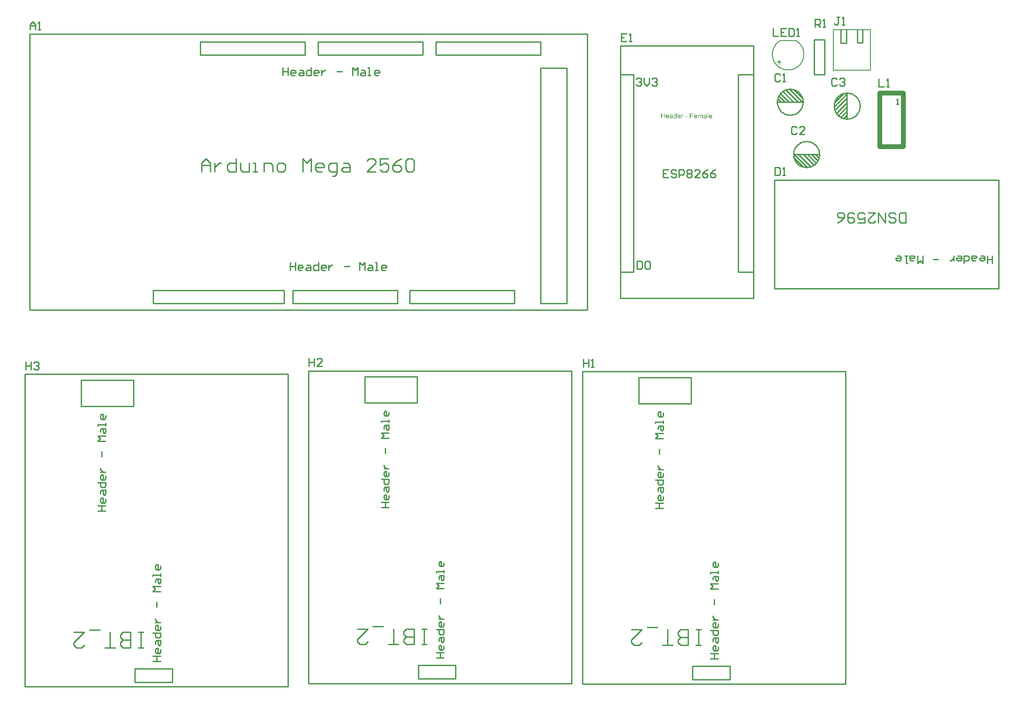
<source format=gto>
G04*
G04 #@! TF.GenerationSoftware,Altium Limited,Altium Designer,21.8.1 (53)*
G04*
G04 Layer_Color=65535*
%FSLAX44Y44*%
%MOMM*%
G71*
G04*
G04 #@! TF.SameCoordinates,8ADACE41-6A2D-41FB-BF43-4A9E8EE8C82B*
G04*
G04*
G04 #@! TF.FilePolarity,Positive*
G04*
G01*
G75*
%ADD10C,0.2540*%
%ADD11C,0.1778*%
%ADD12C,0.2000*%
%ADD13C,0.8890*%
G36*
X1301267Y1146963D02*
X1300172D01*
Y1147836D01*
X1300158Y1147822D01*
X1300144Y1147795D01*
X1300102Y1147739D01*
X1300047Y1147670D01*
X1299978Y1147600D01*
X1299894Y1147517D01*
X1299797Y1147420D01*
X1299673Y1147323D01*
X1299548Y1147226D01*
X1299409Y1147129D01*
X1299243Y1147046D01*
X1299062Y1146976D01*
X1298882Y1146907D01*
X1298674Y1146852D01*
X1298452Y1146824D01*
X1298216Y1146810D01*
X1298133D01*
X1298078Y1146824D01*
X1297911Y1146838D01*
X1297717Y1146865D01*
X1297481Y1146921D01*
X1297218Y1147004D01*
X1296954Y1147115D01*
X1296691Y1147268D01*
X1296677D01*
X1296663Y1147295D01*
X1296580Y1147351D01*
X1296455Y1147462D01*
X1296302Y1147600D01*
X1296122Y1147781D01*
X1295942Y1148003D01*
X1295762Y1148252D01*
X1295609Y1148543D01*
Y1148557D01*
X1295595Y1148585D01*
X1295581Y1148627D01*
X1295554Y1148682D01*
X1295526Y1148765D01*
X1295484Y1148863D01*
X1295457Y1148960D01*
X1295429Y1149084D01*
X1295359Y1149362D01*
X1295290Y1149681D01*
X1295249Y1150041D01*
X1295235Y1150430D01*
Y1150443D01*
Y1150471D01*
Y1150527D01*
Y1150610D01*
X1295249Y1150693D01*
Y1150804D01*
X1295276Y1151054D01*
X1295318Y1151345D01*
X1295387Y1151664D01*
X1295470Y1151997D01*
X1295581Y1152316D01*
Y1152330D01*
X1295595Y1152357D01*
X1295623Y1152399D01*
X1295651Y1152454D01*
X1295734Y1152607D01*
X1295845Y1152801D01*
X1295983Y1153009D01*
X1296164Y1153217D01*
X1296372Y1153439D01*
X1296621Y1153619D01*
X1296635D01*
X1296649Y1153633D01*
X1296691Y1153661D01*
X1296746Y1153689D01*
X1296885Y1153758D01*
X1297079Y1153855D01*
X1297301Y1153938D01*
X1297565Y1154008D01*
X1297856Y1154063D01*
X1298161Y1154077D01*
X1298272D01*
X1298383Y1154063D01*
X1298535Y1154049D01*
X1298716Y1154008D01*
X1298910Y1153966D01*
X1299104Y1153897D01*
X1299284Y1153800D01*
X1299312Y1153786D01*
X1299367Y1153758D01*
X1299451Y1153689D01*
X1299561Y1153619D01*
X1299700Y1153522D01*
X1299825Y1153398D01*
X1299964Y1153273D01*
X1300089Y1153120D01*
Y1156560D01*
X1301267D01*
Y1146963D01*
D02*
G37*
G36*
X1313374Y1154063D02*
X1313527Y1154035D01*
X1313707Y1153980D01*
X1313902Y1153911D01*
X1314123Y1153813D01*
X1314359Y1153689D01*
X1313929Y1152607D01*
X1313915Y1152621D01*
X1313860Y1152649D01*
X1313777Y1152690D01*
X1313666Y1152732D01*
X1313541Y1152773D01*
X1313388Y1152815D01*
X1313236Y1152843D01*
X1313083Y1152857D01*
X1313014D01*
X1312944Y1152843D01*
X1312847Y1152829D01*
X1312750Y1152801D01*
X1312626Y1152759D01*
X1312501Y1152704D01*
X1312390Y1152621D01*
X1312376Y1152607D01*
X1312334Y1152579D01*
X1312293Y1152524D01*
X1312223Y1152454D01*
X1312154Y1152357D01*
X1312085Y1152246D01*
X1312015Y1152122D01*
X1311960Y1151969D01*
X1311946Y1151941D01*
X1311932Y1151858D01*
X1311904Y1151733D01*
X1311863Y1151567D01*
X1311821Y1151359D01*
X1311794Y1151123D01*
X1311780Y1150873D01*
X1311766Y1150596D01*
Y1146963D01*
X1310587D01*
Y1153924D01*
X1311655D01*
Y1152870D01*
X1311669Y1152884D01*
X1311724Y1152981D01*
X1311794Y1153106D01*
X1311904Y1153259D01*
X1312015Y1153411D01*
X1312140Y1153578D01*
X1312265Y1153717D01*
X1312390Y1153827D01*
X1312404Y1153841D01*
X1312445Y1153869D01*
X1312529Y1153911D01*
X1312612Y1153952D01*
X1312723Y1153994D01*
X1312861Y1154035D01*
X1313000Y1154063D01*
X1313153Y1154077D01*
X1313250D01*
X1313374Y1154063D01*
D02*
G37*
G36*
X1350098Y1154063D02*
X1350195D01*
X1350292Y1154049D01*
X1350528Y1154008D01*
X1350777Y1153938D01*
X1351041Y1153827D01*
X1351304Y1153689D01*
X1351526Y1153495D01*
X1351554Y1153467D01*
X1351610Y1153384D01*
X1351707Y1153259D01*
X1351748Y1153162D01*
X1351804Y1153065D01*
X1351859Y1152940D01*
X1351901Y1152815D01*
X1351956Y1152676D01*
X1351998Y1152510D01*
X1352026Y1152344D01*
X1352053Y1152149D01*
X1352081Y1151955D01*
Y1151733D01*
Y1146963D01*
X1350902D01*
Y1151331D01*
Y1151345D01*
Y1151359D01*
Y1151442D01*
Y1151567D01*
X1350889Y1151719D01*
X1350875Y1151886D01*
X1350861Y1152052D01*
X1350833Y1152219D01*
X1350791Y1152344D01*
Y1152357D01*
X1350764Y1152399D01*
X1350736Y1152455D01*
X1350694Y1152524D01*
X1350639Y1152607D01*
X1350569Y1152690D01*
X1350486Y1152773D01*
X1350375Y1152857D01*
X1350361Y1152870D01*
X1350320Y1152884D01*
X1350264Y1152912D01*
X1350167Y1152954D01*
X1350070Y1152995D01*
X1349945Y1153023D01*
X1349821Y1153037D01*
X1349668Y1153051D01*
X1349599D01*
X1349543Y1153037D01*
X1349405Y1153023D01*
X1349238Y1152995D01*
X1349044Y1152926D01*
X1348836Y1152843D01*
X1348628Y1152718D01*
X1348434Y1152551D01*
X1348420Y1152524D01*
X1348364Y1152455D01*
X1348281Y1152344D01*
X1348198Y1152177D01*
X1348101Y1151955D01*
X1348032Y1151692D01*
X1347976Y1151373D01*
X1347948Y1150998D01*
Y1146963D01*
X1346770D01*
Y1151470D01*
Y1151484D01*
Y1151511D01*
Y1151539D01*
Y1151595D01*
X1346756Y1151747D01*
X1346728Y1151914D01*
X1346700Y1152108D01*
X1346645Y1152302D01*
X1346575Y1152482D01*
X1346478Y1152649D01*
X1346465Y1152663D01*
X1346423Y1152718D01*
X1346353Y1152773D01*
X1346256Y1152857D01*
X1346132Y1152926D01*
X1345965Y1152995D01*
X1345771Y1153037D01*
X1345535Y1153051D01*
X1345452D01*
X1345355Y1153037D01*
X1345244Y1153023D01*
X1345105Y1152981D01*
X1344939Y1152940D01*
X1344786Y1152870D01*
X1344620Y1152787D01*
X1344606Y1152773D01*
X1344551Y1152732D01*
X1344481Y1152676D01*
X1344384Y1152593D01*
X1344287Y1152482D01*
X1344190Y1152344D01*
X1344093Y1152191D01*
X1344010Y1152011D01*
X1343996Y1151983D01*
X1343982Y1151914D01*
X1343954Y1151803D01*
X1343913Y1151650D01*
X1343871Y1151442D01*
X1343843Y1151192D01*
X1343829Y1150901D01*
X1343816Y1150568D01*
Y1146963D01*
X1342637D01*
Y1153924D01*
X1343691D01*
Y1152926D01*
X1343705Y1152954D01*
X1343746Y1153009D01*
X1343829Y1153106D01*
X1343927Y1153217D01*
X1344051Y1153356D01*
X1344204Y1153495D01*
X1344370Y1153633D01*
X1344565Y1153758D01*
X1344592Y1153772D01*
X1344662Y1153814D01*
X1344772Y1153855D01*
X1344925Y1153924D01*
X1345105Y1153980D01*
X1345313Y1154022D01*
X1345549Y1154063D01*
X1345799Y1154077D01*
X1345924D01*
X1346076Y1154063D01*
X1346243Y1154035D01*
X1346451Y1153994D01*
X1346659Y1153938D01*
X1346867Y1153855D01*
X1347061Y1153744D01*
X1347088Y1153730D01*
X1347144Y1153689D01*
X1347227Y1153619D01*
X1347338Y1153509D01*
X1347449Y1153384D01*
X1347574Y1153231D01*
X1347685Y1153051D01*
X1347768Y1152843D01*
X1347782Y1152857D01*
X1347810Y1152898D01*
X1347851Y1152954D01*
X1347921Y1153037D01*
X1348004Y1153134D01*
X1348101Y1153231D01*
X1348212Y1153342D01*
X1348351Y1153467D01*
X1348503Y1153578D01*
X1348656Y1153689D01*
X1348836Y1153786D01*
X1349030Y1153883D01*
X1349238Y1153966D01*
X1349460Y1154022D01*
X1349682Y1154063D01*
X1349932Y1154077D01*
X1350029D01*
X1350098Y1154063D01*
D02*
G37*
G36*
X1278787Y1146963D02*
X1277511D01*
Y1151484D01*
X1272546D01*
Y1146963D01*
X1271270D01*
Y1156560D01*
X1272546D01*
Y1152621D01*
X1277511D01*
Y1156560D01*
X1278787D01*
Y1146963D01*
D02*
G37*
G36*
X1321973Y1149847D02*
X1318326D01*
Y1151026D01*
X1321973D01*
Y1149847D01*
D02*
G37*
G36*
X1362441Y1146963D02*
X1361262D01*
Y1156560D01*
X1362441D01*
Y1146963D01*
D02*
G37*
G36*
X1357074Y1154063D02*
X1357282Y1154049D01*
X1357518Y1154022D01*
X1357753Y1153980D01*
X1357989Y1153924D01*
X1358211Y1153855D01*
X1358239Y1153841D01*
X1358308Y1153814D01*
X1358405Y1153772D01*
X1358530Y1153717D01*
X1358669Y1153633D01*
X1358807Y1153550D01*
X1358932Y1153439D01*
X1359043Y1153328D01*
X1359057Y1153314D01*
X1359085Y1153273D01*
X1359126Y1153203D01*
X1359182Y1153120D01*
X1359251Y1152995D01*
X1359307Y1152870D01*
X1359362Y1152718D01*
X1359404Y1152538D01*
Y1152524D01*
X1359418Y1152482D01*
X1359431Y1152399D01*
X1359445Y1152288D01*
Y1152135D01*
X1359459Y1151955D01*
X1359473Y1151719D01*
Y1151456D01*
Y1149875D01*
Y1149861D01*
Y1149806D01*
Y1149722D01*
Y1149611D01*
Y1149487D01*
Y1149334D01*
X1359487Y1149001D01*
Y1148654D01*
X1359501Y1148308D01*
X1359515Y1148155D01*
Y1148017D01*
X1359529Y1147892D01*
X1359542Y1147795D01*
Y1147781D01*
X1359556Y1147725D01*
X1359570Y1147642D01*
X1359612Y1147531D01*
X1359639Y1147406D01*
X1359695Y1147268D01*
X1359764Y1147115D01*
X1359834Y1146963D01*
X1358599D01*
X1358585Y1146976D01*
X1358572Y1147032D01*
X1358544Y1147101D01*
X1358502Y1147212D01*
X1358461Y1147337D01*
X1358433Y1147490D01*
X1358405Y1147656D01*
X1358377Y1147836D01*
X1358364D01*
X1358350Y1147809D01*
X1358266Y1147739D01*
X1358142Y1147642D01*
X1357975Y1147517D01*
X1357767Y1147393D01*
X1357559Y1147254D01*
X1357337Y1147129D01*
X1357101Y1147032D01*
X1357074Y1147018D01*
X1356991Y1147004D01*
X1356866Y1146963D01*
X1356713Y1146921D01*
X1356519Y1146879D01*
X1356297Y1146852D01*
X1356048Y1146824D01*
X1355798Y1146810D01*
X1355687D01*
X1355604Y1146824D01*
X1355507D01*
X1355396Y1146838D01*
X1355146Y1146879D01*
X1354869Y1146949D01*
X1354564Y1147046D01*
X1354286Y1147185D01*
X1354037Y1147365D01*
X1354009Y1147393D01*
X1353940Y1147462D01*
X1353842Y1147587D01*
X1353732Y1147753D01*
X1353621Y1147961D01*
X1353524Y1148197D01*
X1353454Y1148488D01*
X1353440Y1148627D01*
X1353426Y1148793D01*
Y1148821D01*
Y1148876D01*
X1353440Y1148973D01*
X1353454Y1149098D01*
X1353482Y1149251D01*
X1353524Y1149403D01*
X1353579Y1149570D01*
X1353648Y1149722D01*
X1353662Y1149736D01*
X1353690Y1149792D01*
X1353745Y1149875D01*
X1353815Y1149972D01*
X1353898Y1150083D01*
X1354009Y1150194D01*
X1354120Y1150305D01*
X1354259Y1150402D01*
X1354272Y1150416D01*
X1354328Y1150443D01*
X1354397Y1150499D01*
X1354508Y1150555D01*
X1354633Y1150610D01*
X1354785Y1150679D01*
X1354938Y1150735D01*
X1355118Y1150790D01*
X1355132D01*
X1355188Y1150804D01*
X1355271Y1150832D01*
X1355382Y1150846D01*
X1355520Y1150873D01*
X1355701Y1150901D01*
X1355909Y1150943D01*
X1356158Y1150971D01*
X1356172D01*
X1356228Y1150984D01*
X1356297D01*
X1356394Y1150998D01*
X1356505Y1151012D01*
X1356644Y1151040D01*
X1356796Y1151054D01*
X1356963Y1151081D01*
X1357296Y1151151D01*
X1357656Y1151220D01*
X1357975Y1151303D01*
X1358128Y1151345D01*
X1358266Y1151387D01*
Y1151401D01*
Y1151428D01*
X1358280Y1151511D01*
Y1151609D01*
Y1151664D01*
Y1151692D01*
Y1151706D01*
Y1151719D01*
Y1151803D01*
X1358266Y1151941D01*
X1358239Y1152094D01*
X1358197Y1152260D01*
X1358128Y1152427D01*
X1358045Y1152579D01*
X1357934Y1152704D01*
X1357920Y1152718D01*
X1357850Y1152773D01*
X1357740Y1152829D01*
X1357601Y1152912D01*
X1357407Y1152981D01*
X1357185Y1153051D01*
X1356907Y1153092D01*
X1356588Y1153106D01*
X1356450D01*
X1356311Y1153092D01*
X1356117Y1153065D01*
X1355923Y1153037D01*
X1355715Y1152981D01*
X1355520Y1152912D01*
X1355354Y1152815D01*
X1355340Y1152801D01*
X1355285Y1152760D01*
X1355215Y1152690D01*
X1355132Y1152579D01*
X1355049Y1152441D01*
X1354952Y1152260D01*
X1354869Y1152038D01*
X1354785Y1151789D01*
X1353634Y1151941D01*
Y1151955D01*
X1353648Y1151969D01*
Y1152011D01*
X1353662Y1152066D01*
X1353704Y1152191D01*
X1353759Y1152371D01*
X1353829Y1152551D01*
X1353912Y1152746D01*
X1354023Y1152940D01*
X1354148Y1153120D01*
X1354161Y1153134D01*
X1354217Y1153189D01*
X1354300Y1153273D01*
X1354411Y1153384D01*
X1354564Y1153495D01*
X1354744Y1153605D01*
X1354952Y1153730D01*
X1355188Y1153827D01*
X1355202D01*
X1355215Y1153841D01*
X1355257Y1153855D01*
X1355312Y1153869D01*
X1355451Y1153911D01*
X1355645Y1153952D01*
X1355867Y1153994D01*
X1356145Y1154035D01*
X1356436Y1154063D01*
X1356769Y1154077D01*
X1356921D01*
X1357074Y1154063D01*
D02*
G37*
G36*
X1333692Y1155422D02*
X1328477D01*
Y1152454D01*
X1332984D01*
Y1151317D01*
X1328477D01*
Y1146963D01*
X1327201D01*
Y1156560D01*
X1333692D01*
Y1155422D01*
D02*
G37*
G36*
X1291462Y1154063D02*
X1291670Y1154049D01*
X1291906Y1154022D01*
X1292142Y1153980D01*
X1292378Y1153924D01*
X1292600Y1153855D01*
X1292627Y1153841D01*
X1292697Y1153813D01*
X1292794Y1153772D01*
X1292919Y1153717D01*
X1293057Y1153633D01*
X1293196Y1153550D01*
X1293321Y1153439D01*
X1293432Y1153328D01*
X1293446Y1153314D01*
X1293473Y1153273D01*
X1293515Y1153203D01*
X1293570Y1153120D01*
X1293640Y1152995D01*
X1293695Y1152870D01*
X1293751Y1152718D01*
X1293792Y1152538D01*
Y1152524D01*
X1293806Y1152482D01*
X1293820Y1152399D01*
X1293834Y1152288D01*
Y1152135D01*
X1293848Y1151955D01*
X1293862Y1151719D01*
Y1151456D01*
Y1149875D01*
Y1149861D01*
Y1149806D01*
Y1149722D01*
Y1149611D01*
Y1149487D01*
Y1149334D01*
X1293875Y1149001D01*
Y1148654D01*
X1293889Y1148308D01*
X1293903Y1148155D01*
Y1148017D01*
X1293917Y1147892D01*
X1293931Y1147795D01*
Y1147781D01*
X1293945Y1147725D01*
X1293959Y1147642D01*
X1294000Y1147531D01*
X1294028Y1147406D01*
X1294084Y1147268D01*
X1294153Y1147115D01*
X1294222Y1146963D01*
X1292988D01*
X1292974Y1146976D01*
X1292960Y1147032D01*
X1292932Y1147101D01*
X1292891Y1147212D01*
X1292849Y1147337D01*
X1292822Y1147490D01*
X1292794Y1147656D01*
X1292766Y1147836D01*
X1292752D01*
X1292738Y1147809D01*
X1292655Y1147739D01*
X1292530Y1147642D01*
X1292364Y1147517D01*
X1292156Y1147393D01*
X1291948Y1147254D01*
X1291726Y1147129D01*
X1291490Y1147032D01*
X1291462Y1147018D01*
X1291379Y1147004D01*
X1291254Y1146963D01*
X1291102Y1146921D01*
X1290908Y1146879D01*
X1290686Y1146852D01*
X1290436Y1146824D01*
X1290186Y1146810D01*
X1290076D01*
X1289992Y1146824D01*
X1289895D01*
X1289784Y1146838D01*
X1289535Y1146879D01*
X1289257Y1146949D01*
X1288952Y1147046D01*
X1288675Y1147184D01*
X1288425Y1147365D01*
X1288398Y1147393D01*
X1288328Y1147462D01*
X1288231Y1147587D01*
X1288120Y1147753D01*
X1288009Y1147961D01*
X1287912Y1148197D01*
X1287843Y1148488D01*
X1287829Y1148627D01*
X1287815Y1148793D01*
Y1148821D01*
Y1148876D01*
X1287829Y1148973D01*
X1287843Y1149098D01*
X1287870Y1149251D01*
X1287912Y1149403D01*
X1287968Y1149570D01*
X1288037Y1149722D01*
X1288051Y1149736D01*
X1288078Y1149792D01*
X1288134Y1149875D01*
X1288203Y1149972D01*
X1288286Y1150083D01*
X1288398Y1150194D01*
X1288508Y1150305D01*
X1288647Y1150402D01*
X1288661Y1150416D01*
X1288716Y1150443D01*
X1288786Y1150499D01*
X1288897Y1150555D01*
X1289022Y1150610D01*
X1289174Y1150679D01*
X1289327Y1150735D01*
X1289507Y1150790D01*
X1289521D01*
X1289576Y1150804D01*
X1289659Y1150832D01*
X1289770Y1150846D01*
X1289909Y1150873D01*
X1290089Y1150901D01*
X1290297Y1150943D01*
X1290547Y1150971D01*
X1290561D01*
X1290616Y1150984D01*
X1290686D01*
X1290783Y1150998D01*
X1290894Y1151012D01*
X1291033Y1151040D01*
X1291185Y1151054D01*
X1291351Y1151081D01*
X1291684Y1151151D01*
X1292045Y1151220D01*
X1292364Y1151303D01*
X1292516Y1151345D01*
X1292655Y1151387D01*
Y1151400D01*
Y1151428D01*
X1292669Y1151511D01*
Y1151609D01*
Y1151664D01*
Y1151692D01*
Y1151705D01*
Y1151719D01*
Y1151803D01*
X1292655Y1151941D01*
X1292627Y1152094D01*
X1292586Y1152260D01*
X1292516Y1152427D01*
X1292433Y1152579D01*
X1292322Y1152704D01*
X1292308Y1152718D01*
X1292239Y1152773D01*
X1292128Y1152829D01*
X1291989Y1152912D01*
X1291795Y1152981D01*
X1291573Y1153051D01*
X1291296Y1153092D01*
X1290977Y1153106D01*
X1290838D01*
X1290700Y1153092D01*
X1290506Y1153065D01*
X1290311Y1153037D01*
X1290103Y1152981D01*
X1289909Y1152912D01*
X1289743Y1152815D01*
X1289729Y1152801D01*
X1289673Y1152759D01*
X1289604Y1152690D01*
X1289521Y1152579D01*
X1289438Y1152441D01*
X1289341Y1152260D01*
X1289257Y1152038D01*
X1289174Y1151789D01*
X1288023Y1151941D01*
Y1151955D01*
X1288037Y1151969D01*
Y1152011D01*
X1288051Y1152066D01*
X1288092Y1152191D01*
X1288148Y1152371D01*
X1288217Y1152551D01*
X1288300Y1152746D01*
X1288411Y1152940D01*
X1288536Y1153120D01*
X1288550Y1153134D01*
X1288605Y1153189D01*
X1288689Y1153273D01*
X1288800Y1153384D01*
X1288952Y1153495D01*
X1289133Y1153605D01*
X1289341Y1153730D01*
X1289576Y1153827D01*
X1289590D01*
X1289604Y1153841D01*
X1289646Y1153855D01*
X1289701Y1153869D01*
X1289840Y1153911D01*
X1290034Y1153952D01*
X1290256Y1153994D01*
X1290533Y1154035D01*
X1290824Y1154063D01*
X1291157Y1154077D01*
X1291310D01*
X1291462Y1154063D01*
D02*
G37*
G36*
X1367350Y1154063D02*
X1367461Y1154049D01*
X1367600Y1154022D01*
X1367753Y1153994D01*
X1367933Y1153952D01*
X1368099Y1153911D01*
X1368293Y1153841D01*
X1368474Y1153772D01*
X1368668Y1153675D01*
X1368862Y1153564D01*
X1369056Y1153439D01*
X1369236Y1153287D01*
X1369403Y1153120D01*
X1369417Y1153106D01*
X1369444Y1153079D01*
X1369486Y1153023D01*
X1369541Y1152940D01*
X1369611Y1152843D01*
X1369680Y1152732D01*
X1369763Y1152593D01*
X1369847Y1152427D01*
X1369930Y1152246D01*
X1370013Y1152052D01*
X1370082Y1151830D01*
X1370152Y1151595D01*
X1370207Y1151331D01*
X1370249Y1151054D01*
X1370276Y1150762D01*
X1370290Y1150443D01*
Y1150430D01*
Y1150374D01*
Y1150277D01*
X1370276Y1150138D01*
X1365076D01*
Y1150125D01*
Y1150083D01*
X1365090Y1150027D01*
Y1149944D01*
X1365104Y1149847D01*
X1365131Y1149736D01*
X1365173Y1149487D01*
X1365256Y1149209D01*
X1365367Y1148904D01*
X1365520Y1148627D01*
X1365714Y1148377D01*
X1365728D01*
X1365741Y1148349D01*
X1365825Y1148280D01*
X1365950Y1148183D01*
X1366116Y1148086D01*
X1366338Y1147975D01*
X1366588Y1147878D01*
X1366865Y1147809D01*
X1367017Y1147795D01*
X1367184Y1147781D01*
X1367295D01*
X1367420Y1147795D01*
X1367572Y1147822D01*
X1367739Y1147864D01*
X1367933Y1147919D01*
X1368113Y1148003D01*
X1368293Y1148114D01*
X1368307Y1148128D01*
X1368376Y1148183D01*
X1368460Y1148266D01*
X1368557Y1148377D01*
X1368668Y1148530D01*
X1368793Y1148724D01*
X1368917Y1148946D01*
X1369028Y1149209D01*
X1370249Y1149057D01*
Y1149043D01*
X1370235Y1149015D01*
X1370221Y1148960D01*
X1370193Y1148876D01*
X1370152Y1148793D01*
X1370110Y1148682D01*
X1369999Y1148447D01*
X1369861Y1148183D01*
X1369666Y1147906D01*
X1369444Y1147642D01*
X1369167Y1147393D01*
X1369153D01*
X1369125Y1147365D01*
X1369084Y1147337D01*
X1369028Y1147295D01*
X1368945Y1147254D01*
X1368862Y1147212D01*
X1368751Y1147157D01*
X1368626Y1147101D01*
X1368488Y1147046D01*
X1368349Y1146990D01*
X1368002Y1146907D01*
X1367614Y1146838D01*
X1367184Y1146810D01*
X1367031D01*
X1366934Y1146824D01*
X1366809Y1146838D01*
X1366657Y1146865D01*
X1366490Y1146893D01*
X1366310Y1146921D01*
X1365922Y1147032D01*
X1365714Y1147115D01*
X1365520Y1147198D01*
X1365312Y1147309D01*
X1365117Y1147434D01*
X1364937Y1147573D01*
X1364757Y1147739D01*
X1364743Y1147753D01*
X1364715Y1147781D01*
X1364674Y1147836D01*
X1364618Y1147919D01*
X1364549Y1148017D01*
X1364480Y1148128D01*
X1364396Y1148266D01*
X1364313Y1148419D01*
X1364230Y1148599D01*
X1364147Y1148793D01*
X1364077Y1149015D01*
X1364008Y1149251D01*
X1363952Y1149501D01*
X1363911Y1149778D01*
X1363883Y1150069D01*
X1363869Y1150374D01*
Y1150388D01*
Y1150457D01*
Y1150541D01*
X1363883Y1150665D01*
X1363897Y1150818D01*
X1363911Y1150984D01*
X1363939Y1151179D01*
X1363980Y1151373D01*
X1364091Y1151816D01*
X1364160Y1152038D01*
X1364244Y1152274D01*
X1364355Y1152496D01*
X1364480Y1152704D01*
X1364618Y1152912D01*
X1364771Y1153106D01*
X1364785Y1153120D01*
X1364812Y1153148D01*
X1364868Y1153189D01*
X1364937Y1153259D01*
X1365020Y1153328D01*
X1365131Y1153411D01*
X1365256Y1153509D01*
X1365409Y1153592D01*
X1365561Y1153689D01*
X1365741Y1153772D01*
X1365936Y1153855D01*
X1366144Y1153924D01*
X1366366Y1153994D01*
X1366601Y1154035D01*
X1366851Y1154063D01*
X1367115Y1154077D01*
X1367253D01*
X1367350Y1154063D01*
D02*
G37*
G36*
X1338268Y1154063D02*
X1338379Y1154049D01*
X1338518Y1154022D01*
X1338670Y1153994D01*
X1338851Y1153952D01*
X1339017Y1153911D01*
X1339211Y1153841D01*
X1339392Y1153772D01*
X1339586Y1153675D01*
X1339780Y1153564D01*
X1339974Y1153439D01*
X1340154Y1153287D01*
X1340321Y1153120D01*
X1340335Y1153106D01*
X1340362Y1153079D01*
X1340404Y1153023D01*
X1340459Y1152940D01*
X1340529Y1152843D01*
X1340598Y1152732D01*
X1340681Y1152593D01*
X1340765Y1152427D01*
X1340848Y1152246D01*
X1340931Y1152052D01*
X1341000Y1151830D01*
X1341070Y1151595D01*
X1341125Y1151331D01*
X1341167Y1151054D01*
X1341194Y1150762D01*
X1341208Y1150443D01*
Y1150430D01*
Y1150374D01*
Y1150277D01*
X1341194Y1150138D01*
X1335994D01*
Y1150125D01*
Y1150083D01*
X1336008Y1150027D01*
Y1149944D01*
X1336022Y1149847D01*
X1336049Y1149736D01*
X1336091Y1149487D01*
X1336174Y1149209D01*
X1336285Y1148904D01*
X1336438Y1148627D01*
X1336632Y1148377D01*
X1336646D01*
X1336660Y1148349D01*
X1336743Y1148280D01*
X1336868Y1148183D01*
X1337034Y1148086D01*
X1337256Y1147975D01*
X1337505Y1147878D01*
X1337783Y1147809D01*
X1337935Y1147795D01*
X1338102Y1147781D01*
X1338213D01*
X1338338Y1147795D01*
X1338490Y1147822D01*
X1338657Y1147864D01*
X1338851Y1147919D01*
X1339031Y1148003D01*
X1339211Y1148114D01*
X1339225Y1148128D01*
X1339294Y1148183D01*
X1339378Y1148266D01*
X1339475Y1148377D01*
X1339586Y1148530D01*
X1339711Y1148724D01*
X1339835Y1148946D01*
X1339946Y1149209D01*
X1341167Y1149057D01*
Y1149043D01*
X1341153Y1149015D01*
X1341139Y1148960D01*
X1341111Y1148876D01*
X1341070Y1148793D01*
X1341028Y1148682D01*
X1340917Y1148447D01*
X1340778Y1148183D01*
X1340584Y1147906D01*
X1340362Y1147642D01*
X1340085Y1147393D01*
X1340071D01*
X1340043Y1147365D01*
X1340002Y1147337D01*
X1339946Y1147295D01*
X1339863Y1147254D01*
X1339780Y1147212D01*
X1339669Y1147157D01*
X1339544Y1147101D01*
X1339405Y1147046D01*
X1339267Y1146990D01*
X1338920Y1146907D01*
X1338532Y1146838D01*
X1338102Y1146810D01*
X1337949D01*
X1337852Y1146824D01*
X1337727Y1146838D01*
X1337575Y1146865D01*
X1337408Y1146893D01*
X1337228Y1146921D01*
X1336840Y1147032D01*
X1336632Y1147115D01*
X1336438Y1147198D01*
X1336230Y1147309D01*
X1336035Y1147434D01*
X1335855Y1147573D01*
X1335675Y1147739D01*
X1335661Y1147753D01*
X1335633Y1147781D01*
X1335592Y1147836D01*
X1335536Y1147919D01*
X1335467Y1148017D01*
X1335397Y1148128D01*
X1335314Y1148266D01*
X1335231Y1148419D01*
X1335148Y1148599D01*
X1335065Y1148793D01*
X1334995Y1149015D01*
X1334926Y1149251D01*
X1334870Y1149501D01*
X1334829Y1149778D01*
X1334801Y1150069D01*
X1334787Y1150374D01*
Y1150388D01*
Y1150457D01*
Y1150541D01*
X1334801Y1150665D01*
X1334815Y1150818D01*
X1334829Y1150984D01*
X1334857Y1151179D01*
X1334898Y1151373D01*
X1335009Y1151816D01*
X1335078Y1152038D01*
X1335162Y1152274D01*
X1335273Y1152496D01*
X1335397Y1152704D01*
X1335536Y1152912D01*
X1335689Y1153106D01*
X1335703Y1153120D01*
X1335730Y1153148D01*
X1335786Y1153189D01*
X1335855Y1153259D01*
X1335938Y1153328D01*
X1336049Y1153411D01*
X1336174Y1153508D01*
X1336327Y1153592D01*
X1336479Y1153689D01*
X1336660Y1153772D01*
X1336854Y1153855D01*
X1337062Y1153924D01*
X1337284Y1153994D01*
X1337519Y1154035D01*
X1337769Y1154063D01*
X1338033Y1154077D01*
X1338171D01*
X1338268Y1154063D01*
D02*
G37*
G36*
X1306218D02*
X1306329Y1154049D01*
X1306468Y1154022D01*
X1306621Y1153994D01*
X1306801Y1153952D01*
X1306967Y1153911D01*
X1307161Y1153841D01*
X1307342Y1153772D01*
X1307536Y1153675D01*
X1307730Y1153564D01*
X1307924Y1153439D01*
X1308105Y1153287D01*
X1308271Y1153120D01*
X1308285Y1153106D01*
X1308313Y1153079D01*
X1308354Y1153023D01*
X1308410Y1152940D01*
X1308479Y1152843D01*
X1308548Y1152732D01*
X1308631Y1152593D01*
X1308715Y1152427D01*
X1308798Y1152246D01*
X1308881Y1152052D01*
X1308950Y1151830D01*
X1309020Y1151595D01*
X1309075Y1151331D01*
X1309117Y1151054D01*
X1309145Y1150762D01*
X1309158Y1150443D01*
Y1150430D01*
Y1150374D01*
Y1150277D01*
X1309145Y1150138D01*
X1303944D01*
Y1150125D01*
Y1150083D01*
X1303958Y1150027D01*
Y1149944D01*
X1303972Y1149847D01*
X1303999Y1149736D01*
X1304041Y1149487D01*
X1304124Y1149209D01*
X1304235Y1148904D01*
X1304388Y1148627D01*
X1304582Y1148377D01*
X1304596D01*
X1304610Y1148349D01*
X1304693Y1148280D01*
X1304818Y1148183D01*
X1304984Y1148086D01*
X1305206Y1147975D01*
X1305456Y1147878D01*
X1305733Y1147809D01*
X1305885Y1147795D01*
X1306052Y1147781D01*
X1306163D01*
X1306288Y1147795D01*
X1306440Y1147822D01*
X1306607Y1147864D01*
X1306801Y1147919D01*
X1306981Y1148003D01*
X1307161Y1148114D01*
X1307175Y1148128D01*
X1307245Y1148183D01*
X1307328Y1148266D01*
X1307425Y1148377D01*
X1307536Y1148530D01*
X1307661Y1148724D01*
X1307785Y1148946D01*
X1307896Y1149209D01*
X1309117Y1149057D01*
Y1149043D01*
X1309103Y1149015D01*
X1309089Y1148960D01*
X1309061Y1148876D01*
X1309020Y1148793D01*
X1308978Y1148682D01*
X1308867Y1148447D01*
X1308728Y1148183D01*
X1308534Y1147906D01*
X1308313Y1147642D01*
X1308035Y1147393D01*
X1308021D01*
X1307993Y1147365D01*
X1307952Y1147337D01*
X1307896Y1147295D01*
X1307813Y1147254D01*
X1307730Y1147212D01*
X1307619Y1147157D01*
X1307494Y1147101D01*
X1307356Y1147046D01*
X1307217Y1146990D01*
X1306870Y1146907D01*
X1306482Y1146838D01*
X1306052Y1146810D01*
X1305899D01*
X1305802Y1146824D01*
X1305677Y1146838D01*
X1305525Y1146865D01*
X1305358Y1146893D01*
X1305178Y1146921D01*
X1304790Y1147032D01*
X1304582Y1147115D01*
X1304388Y1147198D01*
X1304180Y1147309D01*
X1303986Y1147434D01*
X1303805Y1147573D01*
X1303625Y1147739D01*
X1303611Y1147753D01*
X1303583Y1147781D01*
X1303542Y1147836D01*
X1303486Y1147919D01*
X1303417Y1148017D01*
X1303348Y1148128D01*
X1303264Y1148266D01*
X1303181Y1148419D01*
X1303098Y1148599D01*
X1303015Y1148793D01*
X1302945Y1149015D01*
X1302876Y1149251D01*
X1302821Y1149501D01*
X1302779Y1149778D01*
X1302751Y1150069D01*
X1302737Y1150374D01*
Y1150388D01*
Y1150457D01*
Y1150541D01*
X1302751Y1150665D01*
X1302765Y1150818D01*
X1302779Y1150984D01*
X1302807Y1151179D01*
X1302848Y1151373D01*
X1302959Y1151816D01*
X1303029Y1152038D01*
X1303112Y1152274D01*
X1303223Y1152496D01*
X1303348Y1152704D01*
X1303486Y1152912D01*
X1303639Y1153106D01*
X1303653Y1153120D01*
X1303681Y1153148D01*
X1303736Y1153189D01*
X1303805Y1153259D01*
X1303889Y1153328D01*
X1303999Y1153411D01*
X1304124Y1153508D01*
X1304277Y1153592D01*
X1304429Y1153689D01*
X1304610Y1153772D01*
X1304804Y1153855D01*
X1305012Y1153924D01*
X1305234Y1153994D01*
X1305470Y1154035D01*
X1305719Y1154063D01*
X1305983Y1154077D01*
X1306121D01*
X1306218Y1154063D01*
D02*
G37*
G36*
X1283835D02*
X1283946Y1154049D01*
X1284084Y1154022D01*
X1284237Y1153994D01*
X1284417Y1153952D01*
X1284584Y1153911D01*
X1284778Y1153841D01*
X1284958Y1153772D01*
X1285152Y1153675D01*
X1285346Y1153564D01*
X1285541Y1153439D01*
X1285721Y1153287D01*
X1285887Y1153120D01*
X1285901Y1153106D01*
X1285929Y1153079D01*
X1285970Y1153023D01*
X1286026Y1152940D01*
X1286095Y1152843D01*
X1286165Y1152732D01*
X1286248Y1152593D01*
X1286331Y1152427D01*
X1286414Y1152246D01*
X1286497Y1152052D01*
X1286567Y1151830D01*
X1286636Y1151595D01*
X1286692Y1151331D01*
X1286733Y1151054D01*
X1286761Y1150762D01*
X1286775Y1150443D01*
Y1150430D01*
Y1150374D01*
Y1150277D01*
X1286761Y1150138D01*
X1281560D01*
Y1150125D01*
Y1150083D01*
X1281574Y1150027D01*
Y1149944D01*
X1281588Y1149847D01*
X1281616Y1149736D01*
X1281657Y1149487D01*
X1281741Y1149209D01*
X1281852Y1148904D01*
X1282004Y1148627D01*
X1282198Y1148377D01*
X1282212D01*
X1282226Y1148349D01*
X1282309Y1148280D01*
X1282434Y1148183D01*
X1282601Y1148086D01*
X1282822Y1147975D01*
X1283072Y1147878D01*
X1283349Y1147809D01*
X1283502Y1147795D01*
X1283668Y1147781D01*
X1283779D01*
X1283904Y1147795D01*
X1284057Y1147822D01*
X1284223Y1147864D01*
X1284417Y1147919D01*
X1284597Y1148003D01*
X1284778Y1148114D01*
X1284792Y1148128D01*
X1284861Y1148183D01*
X1284944Y1148266D01*
X1285041Y1148377D01*
X1285152Y1148530D01*
X1285277Y1148724D01*
X1285402Y1148946D01*
X1285513Y1149209D01*
X1286733Y1149057D01*
Y1149043D01*
X1286719Y1149015D01*
X1286705Y1148960D01*
X1286678Y1148876D01*
X1286636Y1148793D01*
X1286595Y1148682D01*
X1286484Y1148447D01*
X1286345Y1148183D01*
X1286151Y1147906D01*
X1285929Y1147642D01*
X1285652Y1147393D01*
X1285638D01*
X1285610Y1147365D01*
X1285568Y1147337D01*
X1285513Y1147295D01*
X1285430Y1147254D01*
X1285346Y1147212D01*
X1285235Y1147157D01*
X1285111Y1147101D01*
X1284972Y1147046D01*
X1284833Y1146990D01*
X1284487Y1146907D01*
X1284098Y1146838D01*
X1283668Y1146810D01*
X1283516D01*
X1283419Y1146824D01*
X1283294Y1146838D01*
X1283141Y1146865D01*
X1282975Y1146893D01*
X1282795Y1146921D01*
X1282406Y1147032D01*
X1282198Y1147115D01*
X1282004Y1147198D01*
X1281796Y1147309D01*
X1281602Y1147434D01*
X1281422Y1147573D01*
X1281241Y1147739D01*
X1281228Y1147753D01*
X1281200Y1147781D01*
X1281158Y1147836D01*
X1281103Y1147919D01*
X1281033Y1148017D01*
X1280964Y1148128D01*
X1280881Y1148266D01*
X1280798Y1148419D01*
X1280714Y1148599D01*
X1280631Y1148793D01*
X1280562Y1149015D01*
X1280493Y1149251D01*
X1280437Y1149501D01*
X1280395Y1149778D01*
X1280368Y1150069D01*
X1280354Y1150374D01*
Y1150388D01*
Y1150457D01*
Y1150541D01*
X1280368Y1150665D01*
X1280381Y1150818D01*
X1280395Y1150984D01*
X1280423Y1151179D01*
X1280465Y1151373D01*
X1280576Y1151816D01*
X1280645Y1152038D01*
X1280728Y1152274D01*
X1280839Y1152496D01*
X1280964Y1152704D01*
X1281103Y1152912D01*
X1281255Y1153106D01*
X1281269Y1153120D01*
X1281297Y1153148D01*
X1281352Y1153189D01*
X1281422Y1153259D01*
X1281505Y1153328D01*
X1281616Y1153411D01*
X1281741Y1153508D01*
X1281893Y1153592D01*
X1282046Y1153689D01*
X1282226Y1153772D01*
X1282420Y1153855D01*
X1282628Y1153924D01*
X1282850Y1153994D01*
X1283086Y1154035D01*
X1283336Y1154063D01*
X1283599Y1154077D01*
X1283738D01*
X1283835Y1154063D01*
D02*
G37*
%LPC*%
G36*
X1298286Y1153106D02*
X1298216D01*
X1298161Y1153092D01*
X1298008Y1153079D01*
X1297828Y1153023D01*
X1297620Y1152954D01*
X1297398Y1152829D01*
X1297176Y1152676D01*
X1297065Y1152565D01*
X1296968Y1152454D01*
Y1152441D01*
X1296940Y1152427D01*
X1296927Y1152385D01*
X1296885Y1152330D01*
X1296843Y1152260D01*
X1296802Y1152177D01*
X1296760Y1152080D01*
X1296705Y1151969D01*
X1296649Y1151830D01*
X1296608Y1151678D01*
X1296566Y1151511D01*
X1296524Y1151331D01*
X1296497Y1151137D01*
X1296469Y1150915D01*
X1296441Y1150679D01*
Y1150430D01*
Y1150416D01*
Y1150374D01*
Y1150305D01*
X1296455Y1150208D01*
Y1150097D01*
X1296469Y1149972D01*
X1296510Y1149681D01*
X1296580Y1149362D01*
X1296677Y1149029D01*
X1296816Y1148710D01*
X1296899Y1148571D01*
X1296996Y1148433D01*
X1297010D01*
X1297024Y1148405D01*
X1297093Y1148335D01*
X1297218Y1148225D01*
X1297370Y1148114D01*
X1297565Y1147989D01*
X1297800Y1147878D01*
X1298050Y1147809D01*
X1298189Y1147795D01*
X1298327Y1147781D01*
X1298397D01*
X1298452Y1147795D01*
X1298605Y1147809D01*
X1298785Y1147864D01*
X1298993Y1147933D01*
X1299215Y1148044D01*
X1299437Y1148197D01*
X1299548Y1148294D01*
X1299645Y1148405D01*
Y1148419D01*
X1299673Y1148433D01*
X1299700Y1148474D01*
X1299728Y1148530D01*
X1299770Y1148599D01*
X1299825Y1148668D01*
X1299867Y1148779D01*
X1299922Y1148890D01*
X1299978Y1149015D01*
X1300019Y1149154D01*
X1300075Y1149320D01*
X1300116Y1149487D01*
X1300144Y1149681D01*
X1300172Y1149875D01*
X1300199Y1150097D01*
Y1150333D01*
Y1150346D01*
Y1150402D01*
Y1150471D01*
X1300186Y1150568D01*
Y1150679D01*
X1300172Y1150818D01*
X1300158Y1150971D01*
X1300130Y1151137D01*
X1300061Y1151470D01*
X1299964Y1151816D01*
X1299825Y1152149D01*
X1299742Y1152288D01*
X1299645Y1152427D01*
Y1152441D01*
X1299617Y1152454D01*
X1299548Y1152538D01*
X1299423Y1152649D01*
X1299270Y1152773D01*
X1299076Y1152898D01*
X1298840Y1152995D01*
X1298577Y1153079D01*
X1298438Y1153092D01*
X1298286Y1153106D01*
D02*
G37*
G36*
X1358280Y1150457D02*
X1358266D01*
X1358253Y1150443D01*
X1358211Y1150430D01*
X1358156Y1150416D01*
X1358086Y1150388D01*
X1358003Y1150360D01*
X1357906Y1150333D01*
X1357795Y1150305D01*
X1357670Y1150263D01*
X1357518Y1150236D01*
X1357365Y1150194D01*
X1357185Y1150152D01*
X1356991Y1150111D01*
X1356796Y1150069D01*
X1356575Y1150041D01*
X1356339Y1150000D01*
X1356311D01*
X1356228Y1149986D01*
X1356089Y1149958D01*
X1355937Y1149930D01*
X1355770Y1149903D01*
X1355604Y1149861D01*
X1355451Y1149819D01*
X1355312Y1149764D01*
X1355299D01*
X1355257Y1149736D01*
X1355202Y1149708D01*
X1355146Y1149667D01*
X1354980Y1149556D01*
X1354841Y1149389D01*
Y1149376D01*
X1354813Y1149348D01*
X1354799Y1149293D01*
X1354772Y1149223D01*
X1354744Y1149140D01*
X1354716Y1149057D01*
X1354702Y1148946D01*
X1354688Y1148835D01*
Y1148821D01*
Y1148752D01*
X1354702Y1148668D01*
X1354730Y1148557D01*
X1354772Y1148433D01*
X1354841Y1148308D01*
X1354924Y1148169D01*
X1355035Y1148044D01*
X1355049Y1148030D01*
X1355105Y1148003D01*
X1355188Y1147947D01*
X1355299Y1147892D01*
X1355451Y1147836D01*
X1355632Y1147781D01*
X1355840Y1147753D01*
X1356089Y1147739D01*
X1356200D01*
X1356339Y1147753D01*
X1356491Y1147781D01*
X1356685Y1147809D01*
X1356880Y1147864D01*
X1357088Y1147933D01*
X1357296Y1148030D01*
X1357323Y1148044D01*
X1357379Y1148086D01*
X1357476Y1148155D01*
X1357587Y1148252D01*
X1357712Y1148363D01*
X1357850Y1148502D01*
X1357961Y1148668D01*
X1358072Y1148849D01*
X1358086Y1148863D01*
X1358100Y1148918D01*
X1358128Y1149015D01*
X1358169Y1149140D01*
X1358211Y1149306D01*
X1358239Y1149501D01*
X1358253Y1149736D01*
X1358266Y1150014D01*
X1358280Y1150457D01*
D02*
G37*
G36*
X1292669Y1150457D02*
X1292655D01*
X1292641Y1150443D01*
X1292600Y1150430D01*
X1292544Y1150416D01*
X1292475Y1150388D01*
X1292392Y1150360D01*
X1292294Y1150333D01*
X1292184Y1150305D01*
X1292059Y1150263D01*
X1291906Y1150236D01*
X1291754Y1150194D01*
X1291573Y1150152D01*
X1291379Y1150111D01*
X1291185Y1150069D01*
X1290963Y1150041D01*
X1290727Y1150000D01*
X1290700D01*
X1290616Y1149986D01*
X1290478Y1149958D01*
X1290325Y1149930D01*
X1290159Y1149903D01*
X1289992Y1149861D01*
X1289840Y1149819D01*
X1289701Y1149764D01*
X1289687D01*
X1289646Y1149736D01*
X1289590Y1149708D01*
X1289535Y1149667D01*
X1289368Y1149556D01*
X1289230Y1149389D01*
Y1149376D01*
X1289202Y1149348D01*
X1289188Y1149292D01*
X1289160Y1149223D01*
X1289133Y1149140D01*
X1289105Y1149057D01*
X1289091Y1148946D01*
X1289077Y1148835D01*
Y1148821D01*
Y1148752D01*
X1289091Y1148668D01*
X1289119Y1148557D01*
X1289160Y1148433D01*
X1289230Y1148308D01*
X1289313Y1148169D01*
X1289424Y1148044D01*
X1289438Y1148030D01*
X1289493Y1148003D01*
X1289576Y1147947D01*
X1289687Y1147892D01*
X1289840Y1147836D01*
X1290020Y1147781D01*
X1290228Y1147753D01*
X1290478Y1147739D01*
X1290589D01*
X1290727Y1147753D01*
X1290880Y1147781D01*
X1291074Y1147809D01*
X1291268Y1147864D01*
X1291476Y1147933D01*
X1291684Y1148030D01*
X1291712Y1148044D01*
X1291767Y1148086D01*
X1291865Y1148155D01*
X1291976Y1148252D01*
X1292100Y1148363D01*
X1292239Y1148502D01*
X1292350Y1148668D01*
X1292461Y1148849D01*
X1292475Y1148863D01*
X1292489Y1148918D01*
X1292516Y1149015D01*
X1292558Y1149140D01*
X1292600Y1149306D01*
X1292627Y1149501D01*
X1292641Y1149736D01*
X1292655Y1150014D01*
X1292669Y1150457D01*
D02*
G37*
G36*
X1367128Y1153106D02*
X1367045D01*
X1366990Y1153092D01*
X1366837Y1153079D01*
X1366657Y1153037D01*
X1366435Y1152968D01*
X1366199Y1152870D01*
X1365977Y1152732D01*
X1365755Y1152551D01*
X1365728Y1152524D01*
X1365672Y1152455D01*
X1365575Y1152330D01*
X1365478Y1152163D01*
X1365367Y1151969D01*
X1365270Y1151719D01*
X1365187Y1151428D01*
X1365145Y1151109D01*
X1369042D01*
Y1151123D01*
Y1151151D01*
X1369028Y1151192D01*
Y1151248D01*
X1369001Y1151414D01*
X1368959Y1151595D01*
X1368890Y1151816D01*
X1368820Y1152025D01*
X1368709Y1152233D01*
X1368585Y1152413D01*
Y1152427D01*
X1368557Y1152441D01*
X1368488Y1152524D01*
X1368363Y1152635D01*
X1368196Y1152760D01*
X1367988Y1152884D01*
X1367739Y1152995D01*
X1367447Y1153079D01*
X1367295Y1153092D01*
X1367128Y1153106D01*
D02*
G37*
G36*
X1338046Y1153106D02*
X1337963D01*
X1337908Y1153092D01*
X1337755Y1153079D01*
X1337575Y1153037D01*
X1337353Y1152968D01*
X1337117Y1152870D01*
X1336895Y1152732D01*
X1336673Y1152551D01*
X1336646Y1152524D01*
X1336590Y1152454D01*
X1336493Y1152330D01*
X1336396Y1152163D01*
X1336285Y1151969D01*
X1336188Y1151719D01*
X1336105Y1151428D01*
X1336063Y1151109D01*
X1339960D01*
Y1151123D01*
Y1151151D01*
X1339946Y1151192D01*
Y1151248D01*
X1339919Y1151414D01*
X1339877Y1151595D01*
X1339808Y1151816D01*
X1339738Y1152025D01*
X1339627Y1152233D01*
X1339503Y1152413D01*
Y1152427D01*
X1339475Y1152441D01*
X1339405Y1152524D01*
X1339281Y1152635D01*
X1339114Y1152759D01*
X1338906Y1152884D01*
X1338657Y1152995D01*
X1338365Y1153079D01*
X1338213Y1153092D01*
X1338046Y1153106D01*
D02*
G37*
G36*
X1305997D02*
X1305913D01*
X1305858Y1153092D01*
X1305705Y1153079D01*
X1305525Y1153037D01*
X1305303Y1152968D01*
X1305067Y1152870D01*
X1304845Y1152732D01*
X1304624Y1152551D01*
X1304596Y1152524D01*
X1304540Y1152454D01*
X1304443Y1152330D01*
X1304346Y1152163D01*
X1304235Y1151969D01*
X1304138Y1151719D01*
X1304055Y1151428D01*
X1304013Y1151109D01*
X1307910D01*
Y1151123D01*
Y1151151D01*
X1307896Y1151192D01*
Y1151248D01*
X1307869Y1151414D01*
X1307827Y1151595D01*
X1307758Y1151816D01*
X1307688Y1152025D01*
X1307578Y1152233D01*
X1307453Y1152413D01*
Y1152427D01*
X1307425Y1152441D01*
X1307356Y1152524D01*
X1307231Y1152635D01*
X1307064Y1152759D01*
X1306856Y1152884D01*
X1306607Y1152995D01*
X1306315Y1153079D01*
X1306163Y1153092D01*
X1305997Y1153106D01*
D02*
G37*
G36*
X1283613D02*
X1283530D01*
X1283474Y1153092D01*
X1283322Y1153079D01*
X1283141Y1153037D01*
X1282919Y1152968D01*
X1282684Y1152870D01*
X1282462Y1152732D01*
X1282240Y1152551D01*
X1282212Y1152524D01*
X1282157Y1152454D01*
X1282060Y1152330D01*
X1281962Y1152163D01*
X1281852Y1151969D01*
X1281754Y1151719D01*
X1281671Y1151428D01*
X1281630Y1151109D01*
X1285527D01*
Y1151123D01*
Y1151151D01*
X1285513Y1151192D01*
Y1151248D01*
X1285485Y1151414D01*
X1285444Y1151595D01*
X1285374Y1151816D01*
X1285305Y1152025D01*
X1285194Y1152233D01*
X1285069Y1152413D01*
Y1152427D01*
X1285041Y1152441D01*
X1284972Y1152524D01*
X1284847Y1152635D01*
X1284681Y1152759D01*
X1284473Y1152884D01*
X1284223Y1152995D01*
X1283932Y1153079D01*
X1283779Y1153092D01*
X1283613Y1153106D01*
D02*
G37*
%LPD*%
D10*
X1662176Y1318768D02*
X1662430Y1319022D01*
Y1318514D02*
X1662176Y1318768D01*
X1620266Y1293368D02*
X1620520Y1293114D01*
X1657096Y1170940D02*
X1656967Y1173484D01*
X1656581Y1176002D01*
X1655943Y1178468D01*
X1655058Y1180856D01*
X1653936Y1183143D01*
X1652589Y1185305D01*
X1651030Y1187319D01*
X1649275Y1189166D01*
X1647342Y1190825D01*
X1645251Y1192280D01*
X1643024Y1193516D01*
X1640683Y1194521D01*
X1638253Y1195283D01*
X1635758Y1195796D01*
X1633224Y1196054D01*
X1630676D01*
X1628142Y1195796D01*
X1625647Y1195283D01*
X1623217Y1194521D01*
X1620876Y1193516D01*
X1618649Y1192280D01*
X1616558Y1190825D01*
X1614625Y1189166D01*
X1612870Y1187319D01*
X1611311Y1185305D01*
X1609964Y1183143D01*
X1608842Y1180856D01*
X1607957Y1178468D01*
X1607319Y1176002D01*
X1606933Y1173484D01*
X1606804Y1170940D01*
X1606933Y1168396D01*
X1607319Y1165878D01*
X1607957Y1163412D01*
X1608842Y1161023D01*
X1609964Y1158737D01*
X1611311Y1156575D01*
X1612870Y1154561D01*
X1614625Y1152714D01*
X1616558Y1151055D01*
X1618649Y1149600D01*
X1620876Y1148364D01*
X1623217Y1147359D01*
X1625647Y1146597D01*
X1628142Y1146084D01*
X1630676Y1145826D01*
X1633224D01*
X1635758Y1146084D01*
X1638253Y1146597D01*
X1640683Y1147359D01*
X1643024Y1148364D01*
X1645251Y1149600D01*
X1647342Y1151055D01*
X1649275Y1152714D01*
X1651030Y1154561D01*
X1652589Y1156575D01*
X1653936Y1158737D01*
X1655058Y1161024D01*
X1655943Y1163412D01*
X1656581Y1165878D01*
X1656967Y1168396D01*
X1657096Y1170940D01*
X1578356Y1076960D02*
X1578227Y1079504D01*
X1577841Y1082022D01*
X1577203Y1084488D01*
X1576318Y1086877D01*
X1575196Y1089163D01*
X1573849Y1091325D01*
X1572290Y1093339D01*
X1570535Y1095186D01*
X1568602Y1096845D01*
X1566511Y1098300D01*
X1564284Y1099536D01*
X1561943Y1100541D01*
X1559513Y1101303D01*
X1557018Y1101816D01*
X1554484Y1102074D01*
X1551936D01*
X1549402Y1101816D01*
X1546907Y1101303D01*
X1544477Y1100541D01*
X1542136Y1099536D01*
X1539909Y1098300D01*
X1537818Y1096845D01*
X1535885Y1095186D01*
X1534130Y1093339D01*
X1532571Y1091325D01*
X1531224Y1089163D01*
X1530102Y1086877D01*
X1529217Y1084488D01*
X1528579Y1082022D01*
X1528193Y1079504D01*
X1528064Y1076960D01*
X1528193Y1074416D01*
X1528579Y1071898D01*
X1529217Y1069432D01*
X1530102Y1067044D01*
X1531224Y1064757D01*
X1532571Y1062595D01*
X1534130Y1060581D01*
X1535885Y1058734D01*
X1537818Y1057075D01*
X1539909Y1055620D01*
X1542136Y1054384D01*
X1544477Y1053379D01*
X1546907Y1052617D01*
X1549402Y1052104D01*
X1551936Y1051846D01*
X1554484D01*
X1557018Y1052104D01*
X1559513Y1052617D01*
X1561943Y1053379D01*
X1564284Y1054384D01*
X1566511Y1055620D01*
X1568602Y1057075D01*
X1570535Y1058734D01*
X1572290Y1060581D01*
X1573849Y1062595D01*
X1575196Y1064757D01*
X1576318Y1067044D01*
X1577203Y1069432D01*
X1577841Y1071898D01*
X1578227Y1074416D01*
X1578356Y1076960D01*
X1546606Y1178560D02*
X1546477Y1181104D01*
X1546091Y1183622D01*
X1545453Y1186088D01*
X1544568Y1188476D01*
X1543446Y1190763D01*
X1542099Y1192925D01*
X1540540Y1194939D01*
X1538785Y1196786D01*
X1536852Y1198445D01*
X1534761Y1199900D01*
X1532534Y1201136D01*
X1530193Y1202141D01*
X1527763Y1202903D01*
X1525268Y1203416D01*
X1522734Y1203674D01*
X1520186D01*
X1517652Y1203416D01*
X1515157Y1202903D01*
X1512727Y1202141D01*
X1510386Y1201136D01*
X1508159Y1199900D01*
X1506068Y1198445D01*
X1504135Y1196786D01*
X1502380Y1194939D01*
X1500821Y1192925D01*
X1499474Y1190763D01*
X1498352Y1188476D01*
X1497467Y1186088D01*
X1496829Y1183622D01*
X1496443Y1181104D01*
X1496314Y1178560D01*
X1496443Y1176016D01*
X1496829Y1173498D01*
X1497467Y1171032D01*
X1498352Y1168643D01*
X1499474Y1166357D01*
X1500821Y1164195D01*
X1502380Y1162181D01*
X1504135Y1160334D01*
X1506068Y1158675D01*
X1508159Y1157220D01*
X1510386Y1155984D01*
X1512727Y1154979D01*
X1515157Y1154217D01*
X1517652Y1153704D01*
X1520186Y1153446D01*
X1522734D01*
X1525268Y1153704D01*
X1527763Y1154217D01*
X1530193Y1154979D01*
X1532534Y1155984D01*
X1534761Y1157220D01*
X1536852Y1158675D01*
X1538785Y1160334D01*
X1540540Y1162181D01*
X1542099Y1164195D01*
X1543446Y1166357D01*
X1544568Y1168644D01*
X1545453Y1171032D01*
X1546091Y1173498D01*
X1546477Y1176016D01*
X1546606Y1178560D01*
X1662430Y1293368D02*
Y1318514D01*
X1652016Y1293368D02*
X1662430D01*
X1652016D02*
Y1319276D01*
X1630426Y1293114D02*
Y1319022D01*
X1620012Y1293114D02*
X1630426D01*
X1620012D02*
Y1318514D01*
X1631950Y1145794D02*
Y1195832D01*
Y1153668D02*
Y1157732D01*
Y1153414D02*
Y1157732D01*
X1625854Y1147318D02*
X1631950Y1153414D01*
Y1161034D02*
Y1161288D01*
X1620266Y1149350D02*
X1631950Y1161034D01*
X1615440Y1152398D02*
X1631950Y1168908D01*
Y1177290D02*
Y1178306D01*
X1611884Y1157224D02*
X1631950Y1177290D01*
Y1186180D02*
Y1186434D01*
X1608328Y1162558D02*
X1631950Y1186180D01*
X1606804Y1169416D02*
X1631950Y1194562D01*
X1625346Y1195324D02*
X1627378D01*
X1608074Y1178052D02*
X1625346Y1195324D01*
X1528318Y1076960D02*
X1578356D01*
X1566418D02*
X1570482D01*
X1566418D02*
X1570736D01*
X1576832Y1070864D01*
X1562862Y1076960D02*
X1563116D01*
X1574800Y1065276D01*
X1555242Y1076960D02*
X1571752Y1060450D01*
X1545844Y1076960D02*
X1546860D01*
X1566926Y1056894D01*
X1537716Y1076960D02*
X1537970D01*
X1561592Y1053338D01*
X1529588Y1076960D02*
X1554734Y1051814D01*
X1528826Y1070356D02*
Y1072388D01*
Y1070356D02*
X1546098Y1053084D01*
X1496314Y1178560D02*
X1546352D01*
X1504188D02*
X1508252D01*
X1503934D02*
X1508252D01*
X1497838Y1184656D02*
X1503934Y1178560D01*
X1511554D02*
X1511808D01*
X1499870Y1190244D02*
X1511554Y1178560D01*
X1502918Y1195070D02*
X1519428Y1178560D01*
X1527810D02*
X1528826D01*
X1507744Y1198626D02*
X1527810Y1178560D01*
X1536700D02*
X1536954D01*
X1513078Y1202182D02*
X1536700Y1178560D01*
X1519936Y1203706D02*
X1545082Y1178560D01*
X1545844Y1183132D02*
Y1185164D01*
X1528572Y1202436D02*
X1545844Y1185164D01*
X1926590Y816610D02*
Y1027430D01*
X1526540Y816610D02*
X1926590D01*
X1490980D02*
X1526540D01*
X1490980D02*
Y1027430D01*
X1926590D01*
X1568450Y1231900D02*
Y1299337D01*
X1588770Y1231900D02*
Y1299337D01*
X1568450D02*
X1588770D01*
X1568450Y1231900D02*
X1588770D01*
X547370Y43180D02*
Y650240D01*
X316230Y43180D02*
X547370D01*
X250190Y52070D02*
Y78105D01*
X36830Y43180D02*
X36830Y650240D01*
Y650240D02*
X436880Y650240D01*
X547370D01*
X247650Y43180D02*
X316230D01*
X36830D02*
X247650D01*
X322580Y52070D02*
Y78105D01*
X250190Y52070D02*
X322580D01*
X250190Y78105D02*
X322580D01*
X247650Y588010D02*
Y600710D01*
X146050Y588010D02*
X247650D01*
Y600710D02*
Y638810D01*
X146050D02*
X247650D01*
X146050Y588010D02*
Y638810D01*
X1097280Y49530D02*
Y656590D01*
X866140Y49530D02*
X1097280D01*
X800100Y58420D02*
Y84455D01*
X586740Y49530D02*
X586740Y656590D01*
Y656590D02*
X986790Y656590D01*
X1097280D01*
X797560Y49530D02*
X866140D01*
X586740D02*
X797560D01*
X872490Y58420D02*
Y84455D01*
X800100Y58420D02*
X872490D01*
X800100Y84455D02*
X872490D01*
X797560Y594360D02*
Y607060D01*
X695960Y594360D02*
X797560D01*
Y607060D02*
Y645160D01*
X695960D02*
X797560D01*
X695960Y594360D02*
Y645160D01*
X285750Y800100D02*
Y812800D01*
X539750D01*
Y787400D02*
Y812800D01*
X285750Y787400D02*
X539750D01*
X285750D02*
Y800100D01*
X1037590Y787400D02*
Y1244600D01*
Y787400D02*
X1088390D01*
Y1244600D01*
X1037590D02*
X1088390D01*
X556260Y812800D02*
X759460D01*
Y787400D02*
Y812800D01*
X556260Y787400D02*
X759460D01*
X556260D02*
Y812800D01*
X783590D02*
X986790D01*
Y787400D02*
Y812800D01*
X783590Y787400D02*
X986790D01*
X783590D02*
Y812800D01*
X834390Y1295400D02*
X1037590D01*
Y1270000D02*
Y1295400D01*
X834390Y1270000D02*
X1037590D01*
X834390D02*
Y1295400D01*
X605790D02*
X808990D01*
Y1270000D02*
Y1295400D01*
X605790Y1270000D02*
X808990D01*
X605790D02*
Y1295400D01*
X377190D02*
X580390D01*
Y1270000D02*
Y1295400D01*
X377190Y1270000D02*
X580390D01*
X377190D02*
Y1295400D01*
X1127760Y774700D02*
Y1310640D01*
X45720Y774700D02*
X1127760D01*
X45720Y1310640D02*
X1127760D01*
X45720Y774700D02*
Y908685D01*
X45720Y1176655D02*
Y1310640D01*
Y1176655D02*
X45720Y908685D01*
X1629410Y48260D02*
Y655320D01*
X1398270Y48260D02*
X1629410D01*
X1332230Y57150D02*
Y83185D01*
X1118870Y48260D02*
X1118870Y655320D01*
Y655320D02*
X1518920Y655320D01*
X1629410D01*
X1329690Y48260D02*
X1398270D01*
X1118870D02*
X1329690D01*
X1404620Y57150D02*
Y83185D01*
X1332230Y57150D02*
X1404620D01*
X1332230Y83185D02*
X1404620D01*
X1329690Y593090D02*
Y605790D01*
X1228090Y593090D02*
X1329690D01*
Y605790D02*
Y643890D01*
X1228090D02*
X1329690D01*
X1228090Y593090D02*
Y643890D01*
X1450340Y797560D02*
Y1287780D01*
X1192530Y797560D02*
X1450340D01*
X1192530D02*
Y1287780D01*
X1450340D01*
X1193800Y1231900D02*
X1217930D01*
Y848360D02*
Y1231900D01*
X1192530Y848360D02*
X1217930D01*
X1421130Y1231900D02*
X1450340D01*
X1421130Y848360D02*
Y1231900D01*
Y848360D02*
X1450340D01*
X1617469Y1343401D02*
X1612390D01*
X1614930D01*
Y1330705D01*
X1612390Y1328166D01*
X1609851D01*
X1607312Y1330705D01*
X1622547Y1328166D02*
X1627625D01*
X1625086D01*
Y1343401D01*
X1622547Y1340862D01*
X1612389Y1223006D02*
X1609850Y1225545D01*
X1604771D01*
X1602232Y1223006D01*
Y1212849D01*
X1604771Y1210310D01*
X1609850D01*
X1612389Y1212849D01*
X1617467Y1223006D02*
X1620006Y1225545D01*
X1625085D01*
X1627624Y1223006D01*
Y1220467D01*
X1625085Y1217927D01*
X1622545D01*
X1625085D01*
X1627624Y1215388D01*
Y1212849D01*
X1625085Y1210310D01*
X1620006D01*
X1617467Y1212849D01*
X1534157Y1128518D02*
X1531617Y1131057D01*
X1526539D01*
X1524000Y1128518D01*
Y1118361D01*
X1526539Y1115822D01*
X1531617D01*
X1534157Y1118361D01*
X1549392Y1115822D02*
X1539235D01*
X1549392Y1125979D01*
Y1128518D01*
X1546853Y1131057D01*
X1541774D01*
X1539235Y1128518D01*
X1502407Y1231134D02*
X1499868Y1233673D01*
X1494789D01*
X1492250Y1231134D01*
Y1220977D01*
X1494789Y1218438D01*
X1499868D01*
X1502407Y1220977D01*
X1507485Y1218438D02*
X1512563D01*
X1510024D01*
Y1233673D01*
X1507485Y1231134D01*
X1693672Y1223767D02*
Y1208532D01*
X1703829D01*
X1708907D02*
X1713985D01*
X1711446D01*
Y1223767D01*
X1708907Y1221228D01*
X1728470Y1174750D02*
X1731802D01*
X1730136D01*
Y1184747D01*
X1728470Y1183081D01*
X1492250Y1051555D02*
Y1036320D01*
X1499868D01*
X1502407Y1038859D01*
Y1049016D01*
X1499868Y1051555D01*
X1492250D01*
X1507485Y1036320D02*
X1512563D01*
X1510024D01*
Y1051555D01*
X1507485Y1049016D01*
X1746250Y943936D02*
Y963930D01*
X1736253D01*
X1732921Y960598D01*
Y947269D01*
X1736253Y943936D01*
X1746250D01*
X1712927Y947269D02*
X1716260Y943936D01*
X1722924D01*
X1726256Y947269D01*
Y950601D01*
X1722924Y953933D01*
X1716260D01*
X1712927Y957265D01*
Y960598D01*
X1716260Y963930D01*
X1722924D01*
X1726256Y960598D01*
X1706263Y963930D02*
Y943936D01*
X1692934Y963930D01*
Y943936D01*
X1672940Y963930D02*
X1686269D01*
X1672940Y950601D01*
Y947269D01*
X1676272Y943936D01*
X1682937D01*
X1686269Y947269D01*
X1652947Y943936D02*
X1666276D01*
Y953933D01*
X1659611Y950601D01*
X1656279D01*
X1652947Y953933D01*
Y960598D01*
X1656279Y963930D01*
X1662944D01*
X1666276Y960598D01*
X1646282D02*
X1642950Y963930D01*
X1636285D01*
X1632953Y960598D01*
Y947269D01*
X1636285Y943936D01*
X1642950D01*
X1646282Y947269D01*
Y950601D01*
X1642950Y953933D01*
X1632953D01*
X1612960Y943936D02*
X1619624Y947269D01*
X1626289Y953933D01*
Y960598D01*
X1622956Y963930D01*
X1616292D01*
X1612960Y960598D01*
Y957265D01*
X1616292Y953933D01*
X1626289D01*
X1913890Y865115D02*
Y880110D01*
Y872612D01*
X1903893D01*
Y865115D01*
Y880110D01*
X1891397D02*
X1896396D01*
X1898895Y877611D01*
Y872612D01*
X1896396Y870113D01*
X1891397D01*
X1888898Y872612D01*
Y875112D01*
X1898895D01*
X1881400Y870113D02*
X1876402D01*
X1873903Y872612D01*
Y880110D01*
X1881400D01*
X1883900Y877611D01*
X1881400Y875112D01*
X1873903D01*
X1858908Y865115D02*
Y880110D01*
X1866405D01*
X1868905Y877611D01*
Y872612D01*
X1866405Y870113D01*
X1858908D01*
X1846412Y880110D02*
X1851410D01*
X1853909Y877611D01*
Y872612D01*
X1851410Y870113D01*
X1846412D01*
X1843913Y872612D01*
Y875112D01*
X1853909D01*
X1838914Y870113D02*
Y880110D01*
Y875112D01*
X1836415Y872612D01*
X1833916Y870113D01*
X1831417D01*
X1808924Y872612D02*
X1798927D01*
X1778934Y880110D02*
Y865115D01*
X1773935Y870113D01*
X1768937Y865115D01*
Y880110D01*
X1761439Y870113D02*
X1756441D01*
X1753942Y872612D01*
Y880110D01*
X1761439D01*
X1763939Y877611D01*
X1761439Y875112D01*
X1753942D01*
X1748943Y880110D02*
X1743945D01*
X1746444D01*
Y865115D01*
X1748943D01*
X1728950Y880110D02*
X1733948D01*
X1736447Y877611D01*
Y872612D01*
X1733948Y870113D01*
X1728950D01*
X1726451Y872612D01*
Y875112D01*
X1736447D01*
X1569720Y1324102D02*
Y1339337D01*
X1577337D01*
X1579877Y1336798D01*
Y1331720D01*
X1577337Y1329180D01*
X1569720D01*
X1574798D02*
X1579877Y1324102D01*
X1584955D02*
X1590033D01*
X1587494D01*
Y1339337D01*
X1584955Y1336798D01*
X1488948Y1321303D02*
Y1306068D01*
X1499105D01*
X1514340Y1321303D02*
X1504183D01*
Y1306068D01*
X1514340D01*
X1504183Y1313685D02*
X1509261D01*
X1519418Y1321303D02*
Y1306068D01*
X1527036D01*
X1529575Y1308607D01*
Y1318764D01*
X1527036Y1321303D01*
X1519418D01*
X1534653Y1306068D02*
X1539732D01*
X1537192D01*
Y1321303D01*
X1534653Y1318764D01*
X38100Y674365D02*
Y659130D01*
Y666748D01*
X48257D01*
Y674365D01*
Y659130D01*
X53335Y671826D02*
X55874Y674365D01*
X60953D01*
X63492Y671826D01*
Y669287D01*
X60953Y666748D01*
X58413D01*
X60953D01*
X63492Y664208D01*
Y661669D01*
X60953Y659130D01*
X55874D01*
X53335Y661669D01*
X266692Y118688D02*
X256696D01*
X261694D01*
Y148679D01*
X266692D01*
X256696D01*
X241700Y118688D02*
Y148679D01*
X226705D01*
X221707Y143680D01*
Y138682D01*
X226705Y133683D01*
X241700D01*
X226705D01*
X221707Y128685D01*
Y123687D01*
X226705Y118688D01*
X241700D01*
X211710D02*
X191717D01*
X201713D01*
Y148679D01*
X181720Y153677D02*
X161726D01*
X131736Y148679D02*
X151730D01*
X131736Y128685D01*
Y123687D01*
X136735Y118688D01*
X146731D01*
X151730Y123687D01*
X284725Y92710D02*
X299720D01*
X292222D01*
Y102707D01*
X284725D01*
X299720D01*
Y115203D02*
Y110204D01*
X297221Y107705D01*
X292222D01*
X289723Y110204D01*
Y115203D01*
X292222Y117702D01*
X294722D01*
Y107705D01*
X289723Y125199D02*
Y130198D01*
X292222Y132697D01*
X299720D01*
Y125199D01*
X297221Y122700D01*
X294722Y125199D01*
Y132697D01*
X284725Y147692D02*
X299720D01*
Y140195D01*
X297221Y137695D01*
X292222D01*
X289723Y140195D01*
Y147692D01*
X299720Y160188D02*
Y155190D01*
X297221Y152691D01*
X292222D01*
X289723Y155190D01*
Y160188D01*
X292222Y162687D01*
X294722D01*
Y152691D01*
X289723Y167686D02*
X299720D01*
X294722D01*
X292222Y170185D01*
X289723Y172684D01*
Y175183D01*
X292222Y197676D02*
Y207673D01*
X299720Y227666D02*
X284725D01*
X289723Y232665D01*
X284725Y237663D01*
X299720D01*
X289723Y245161D02*
Y250159D01*
X292222Y252658D01*
X299720D01*
Y245161D01*
X297221Y242661D01*
X294722Y245161D01*
Y252658D01*
X299720Y257657D02*
Y262655D01*
Y260156D01*
X284725D01*
Y257657D01*
X299720Y277650D02*
Y272652D01*
X297221Y270152D01*
X292222D01*
X289723Y272652D01*
Y277650D01*
X292222Y280149D01*
X294722D01*
Y270152D01*
X178045Y384810D02*
X193040D01*
X185542D01*
Y394807D01*
X178045D01*
X193040D01*
Y407303D02*
Y402304D01*
X190541Y399805D01*
X185542D01*
X183043Y402304D01*
Y407303D01*
X185542Y409802D01*
X188042D01*
Y399805D01*
X183043Y417299D02*
Y422298D01*
X185542Y424797D01*
X193040D01*
Y417299D01*
X190541Y414800D01*
X188042Y417299D01*
Y424797D01*
X178045Y439792D02*
X193040D01*
Y432295D01*
X190541Y429795D01*
X185542D01*
X183043Y432295D01*
Y439792D01*
X193040Y452288D02*
Y447290D01*
X190541Y444791D01*
X185542D01*
X183043Y447290D01*
Y452288D01*
X185542Y454787D01*
X188042D01*
Y444791D01*
X183043Y459786D02*
X193040D01*
X188042D01*
X185542Y462285D01*
X183043Y464784D01*
Y467283D01*
X185542Y489776D02*
Y499773D01*
X193040Y519766D02*
X178045D01*
X183043Y524765D01*
X178045Y529763D01*
X193040D01*
X183043Y537261D02*
Y542259D01*
X185542Y544758D01*
X193040D01*
Y537261D01*
X190541Y534761D01*
X188042Y537261D01*
Y544758D01*
X193040Y549757D02*
Y554755D01*
Y552256D01*
X178045D01*
Y549757D01*
X193040Y569750D02*
Y564752D01*
X190541Y562253D01*
X185542D01*
X183043Y564752D01*
Y569750D01*
X185542Y572249D01*
X188042D01*
Y562253D01*
X588010Y680715D02*
Y665480D01*
Y673098D01*
X598167D01*
Y680715D01*
Y665480D01*
X613402D02*
X603245D01*
X613402Y675637D01*
Y678176D01*
X610863Y680715D01*
X605784D01*
X603245Y678176D01*
X816610Y125032D02*
X806613D01*
X811612D01*
Y155022D01*
X816610D01*
X806613D01*
X791618Y125032D02*
Y155022D01*
X776623D01*
X771625Y150024D01*
Y145025D01*
X776623Y140027D01*
X791618D01*
X776623D01*
X771625Y135028D01*
Y130030D01*
X776623Y125032D01*
X791618D01*
X761628D02*
X741634D01*
X751631D01*
Y155022D01*
X731637Y160020D02*
X711644D01*
X681654Y155022D02*
X701647D01*
X681654Y135028D01*
Y130030D01*
X686652Y125032D01*
X696649D01*
X701647Y130030D01*
X834635Y99060D02*
X849630D01*
X842132D01*
Y109057D01*
X834635D01*
X849630D01*
Y121553D02*
Y116554D01*
X847131Y114055D01*
X842132D01*
X839633Y116554D01*
Y121553D01*
X842132Y124052D01*
X844632D01*
Y114055D01*
X839633Y131550D02*
Y136548D01*
X842132Y139047D01*
X849630D01*
Y131550D01*
X847131Y129050D01*
X844632Y131550D01*
Y139047D01*
X834635Y154042D02*
X849630D01*
Y146545D01*
X847131Y144045D01*
X842132D01*
X839633Y146545D01*
Y154042D01*
X849630Y166538D02*
Y161540D01*
X847131Y159041D01*
X842132D01*
X839633Y161540D01*
Y166538D01*
X842132Y169037D01*
X844632D01*
Y159041D01*
X839633Y174036D02*
X849630D01*
X844632D01*
X842132Y176535D01*
X839633Y179034D01*
Y181533D01*
X842132Y204026D02*
Y214023D01*
X849630Y234016D02*
X834635D01*
X839633Y239015D01*
X834635Y244013D01*
X849630D01*
X839633Y251511D02*
Y256509D01*
X842132Y259008D01*
X849630D01*
Y251511D01*
X847131Y249011D01*
X844632Y251511D01*
Y259008D01*
X849630Y264007D02*
Y269005D01*
Y266506D01*
X834635D01*
Y264007D01*
X849630Y284000D02*
Y279002D01*
X847131Y276502D01*
X842132D01*
X839633Y279002D01*
Y284000D01*
X842132Y286499D01*
X844632D01*
Y276502D01*
X727955Y391160D02*
X742950D01*
X735452D01*
Y401157D01*
X727955D01*
X742950D01*
Y413653D02*
Y408654D01*
X740451Y406155D01*
X735452D01*
X732953Y408654D01*
Y413653D01*
X735452Y416152D01*
X737952D01*
Y406155D01*
X732953Y423649D02*
Y428648D01*
X735452Y431147D01*
X742950D01*
Y423649D01*
X740451Y421150D01*
X737952Y423649D01*
Y431147D01*
X727955Y446142D02*
X742950D01*
Y438645D01*
X740451Y436145D01*
X735452D01*
X732953Y438645D01*
Y446142D01*
X742950Y458638D02*
Y453640D01*
X740451Y451141D01*
X735452D01*
X732953Y453640D01*
Y458638D01*
X735452Y461137D01*
X737952D01*
Y451141D01*
X732953Y466136D02*
X742950D01*
X737952D01*
X735452Y468635D01*
X732953Y471134D01*
Y473633D01*
X735452Y496126D02*
Y506123D01*
X742950Y526116D02*
X727955D01*
X732953Y531115D01*
X727955Y536113D01*
X742950D01*
X732953Y543611D02*
Y548609D01*
X735452Y551108D01*
X742950D01*
Y543611D01*
X740451Y541111D01*
X737952Y543611D01*
Y551108D01*
X742950Y556107D02*
Y561105D01*
Y558606D01*
X727955D01*
Y556107D01*
X742950Y576100D02*
Y571102D01*
X740451Y568602D01*
X735452D01*
X732953Y571102D01*
Y576100D01*
X735452Y578599D01*
X737952D01*
Y568602D01*
X46990Y1319530D02*
Y1329687D01*
X52068Y1334765D01*
X57147Y1329687D01*
Y1319530D01*
Y1327148D01*
X46990D01*
X62225Y1319530D02*
X67303D01*
X64764D01*
Y1334765D01*
X62225Y1332226D01*
X537210Y1245625D02*
Y1230630D01*
Y1238128D01*
X547207D01*
Y1245625D01*
Y1230630D01*
X559703D02*
X554704D01*
X552205Y1233129D01*
Y1238128D01*
X554704Y1240627D01*
X559703D01*
X562202Y1238128D01*
Y1235628D01*
X552205D01*
X569700Y1240627D02*
X574698D01*
X577197Y1238128D01*
Y1230630D01*
X569700D01*
X567200Y1233129D01*
X569700Y1235628D01*
X577197D01*
X592192Y1245625D02*
Y1230630D01*
X584695D01*
X582195Y1233129D01*
Y1238128D01*
X584695Y1240627D01*
X592192D01*
X604688Y1230630D02*
X599690D01*
X597191Y1233129D01*
Y1238128D01*
X599690Y1240627D01*
X604688D01*
X607187Y1238128D01*
Y1235628D01*
X597191D01*
X612186Y1240627D02*
Y1230630D01*
Y1235628D01*
X614685Y1238128D01*
X617184Y1240627D01*
X619683D01*
X642176Y1238128D02*
X652173D01*
X672166Y1230630D02*
Y1245625D01*
X677165Y1240627D01*
X682163Y1245625D01*
Y1230630D01*
X689661Y1240627D02*
X694659D01*
X697158Y1238128D01*
Y1230630D01*
X689661D01*
X687161Y1233129D01*
X689661Y1235628D01*
X697158D01*
X702157Y1230630D02*
X707155D01*
X704656D01*
Y1245625D01*
X702157D01*
X722150Y1230630D02*
X717152D01*
X714652Y1233129D01*
Y1238128D01*
X717152Y1240627D01*
X722150D01*
X724649Y1238128D01*
Y1235628D01*
X714652D01*
X551180Y867165D02*
Y852170D01*
Y859668D01*
X561177D01*
Y867165D01*
Y852170D01*
X573673D02*
X568674D01*
X566175Y854669D01*
Y859668D01*
X568674Y862167D01*
X573673D01*
X576172Y859668D01*
Y857168D01*
X566175D01*
X583670Y862167D02*
X588668D01*
X591167Y859668D01*
Y852170D01*
X583670D01*
X581170Y854669D01*
X583670Y857168D01*
X591167D01*
X606162Y867165D02*
Y852170D01*
X598665D01*
X596165Y854669D01*
Y859668D01*
X598665Y862167D01*
X606162D01*
X618658Y852170D02*
X613660D01*
X611161Y854669D01*
Y859668D01*
X613660Y862167D01*
X618658D01*
X621157Y859668D01*
Y857168D01*
X611161D01*
X626156Y862167D02*
Y852170D01*
Y857168D01*
X628655Y859668D01*
X631154Y862167D01*
X633653D01*
X656146Y859668D02*
X666143D01*
X686136Y852170D02*
Y867165D01*
X691135Y862167D01*
X696133Y867165D01*
Y852170D01*
X703631Y862167D02*
X708629D01*
X711128Y859668D01*
Y852170D01*
X703631D01*
X701131Y854669D01*
X703631Y857168D01*
X711128D01*
X716127Y852170D02*
X721125D01*
X718626D01*
Y867165D01*
X716127D01*
X736120Y852170D02*
X731122D01*
X728623Y854669D01*
Y859668D01*
X731122Y862167D01*
X736120D01*
X738619Y859668D01*
Y857168D01*
X728623D01*
X379730Y1043381D02*
Y1060042D01*
X388061Y1068373D01*
X396391Y1060042D01*
Y1043381D01*
Y1055877D01*
X379730D01*
X404722Y1060042D02*
Y1043381D01*
Y1051711D01*
X408887Y1055877D01*
X413053Y1060042D01*
X417218D01*
X446375Y1068373D02*
Y1043381D01*
X433879D01*
X429714Y1047546D01*
Y1055877D01*
X433879Y1060042D01*
X446375D01*
X454706D02*
Y1047546D01*
X458871Y1043381D01*
X471367D01*
Y1060042D01*
X479698Y1043381D02*
X488028D01*
X483863D01*
Y1060042D01*
X479698D01*
X500524Y1043381D02*
Y1060042D01*
X513020D01*
X517186Y1055877D01*
Y1043381D01*
X529682D02*
X538012D01*
X542178Y1047546D01*
Y1055877D01*
X538012Y1060042D01*
X529682D01*
X525516Y1055877D01*
Y1047546D01*
X529682Y1043381D01*
X575500D02*
Y1068373D01*
X583831Y1060042D01*
X592161Y1068373D01*
Y1043381D01*
X612988D02*
X604657D01*
X600492Y1047546D01*
Y1055877D01*
X604657Y1060042D01*
X612988D01*
X617153Y1055877D01*
Y1051711D01*
X600492D01*
X633815Y1035050D02*
X637980D01*
X642145Y1039215D01*
Y1060042D01*
X629649D01*
X625484Y1055877D01*
Y1047546D01*
X629649Y1043381D01*
X642145D01*
X654641Y1060042D02*
X662972D01*
X667137Y1055877D01*
Y1043381D01*
X654641D01*
X650476Y1047546D01*
X654641Y1051711D01*
X667137D01*
X717121Y1043381D02*
X700460D01*
X717121Y1060042D01*
Y1064207D01*
X712956Y1068373D01*
X704625D01*
X700460Y1064207D01*
X742113Y1068373D02*
X725452D01*
Y1055877D01*
X733782Y1060042D01*
X737948D01*
X742113Y1055877D01*
Y1047546D01*
X737948Y1043381D01*
X729617D01*
X725452Y1047546D01*
X767105Y1068373D02*
X758774Y1064207D01*
X750443Y1055877D01*
Y1047546D01*
X754609Y1043381D01*
X762940D01*
X767105Y1047546D01*
Y1051711D01*
X762940Y1055877D01*
X750443D01*
X775435Y1064207D02*
X779601Y1068373D01*
X787931D01*
X792097Y1064207D01*
Y1047546D01*
X787931Y1043381D01*
X779601D01*
X775435Y1047546D01*
Y1064207D01*
X1120140Y679445D02*
Y664210D01*
Y671827D01*
X1130297D01*
Y679445D01*
Y664210D01*
X1135375D02*
X1140453D01*
X1137914D01*
Y679445D01*
X1135375Y676906D01*
X1348740Y123762D02*
X1338743D01*
X1343742D01*
Y153752D01*
X1348740D01*
X1338743D01*
X1323748Y123762D02*
Y153752D01*
X1308753D01*
X1303754Y148754D01*
Y143755D01*
X1308753Y138757D01*
X1323748D01*
X1308753D01*
X1303754Y133758D01*
Y128760D01*
X1308753Y123762D01*
X1323748D01*
X1293758D02*
X1273764D01*
X1283761D01*
Y153752D01*
X1263767Y158750D02*
X1243774D01*
X1213784Y153752D02*
X1233777D01*
X1213784Y133758D01*
Y128760D01*
X1218782Y123762D01*
X1228779D01*
X1233777Y128760D01*
X1366765Y97790D02*
X1381760D01*
X1374262D01*
Y107787D01*
X1366765D01*
X1381760D01*
Y120283D02*
Y115284D01*
X1379261Y112785D01*
X1374262D01*
X1371763Y115284D01*
Y120283D01*
X1374262Y122782D01*
X1376762D01*
Y112785D01*
X1371763Y130280D02*
Y135278D01*
X1374262Y137777D01*
X1381760D01*
Y130280D01*
X1379261Y127780D01*
X1376762Y130280D01*
Y137777D01*
X1366765Y152772D02*
X1381760D01*
Y145275D01*
X1379261Y142775D01*
X1374262D01*
X1371763Y145275D01*
Y152772D01*
X1381760Y165268D02*
Y160270D01*
X1379261Y157771D01*
X1374262D01*
X1371763Y160270D01*
Y165268D01*
X1374262Y167767D01*
X1376762D01*
Y157771D01*
X1371763Y172766D02*
X1381760D01*
X1376762D01*
X1374262Y175265D01*
X1371763Y177764D01*
Y180263D01*
X1374262Y202756D02*
Y212753D01*
X1381760Y232746D02*
X1366765D01*
X1371763Y237745D01*
X1366765Y242743D01*
X1381760D01*
X1371763Y250241D02*
Y255239D01*
X1374262Y257738D01*
X1381760D01*
Y250241D01*
X1379261Y247741D01*
X1376762Y250241D01*
Y257738D01*
X1381760Y262737D02*
Y267735D01*
Y265236D01*
X1366765D01*
Y262737D01*
X1381760Y282730D02*
Y277732D01*
X1379261Y275233D01*
X1374262D01*
X1371763Y277732D01*
Y282730D01*
X1374262Y285229D01*
X1376762D01*
Y275233D01*
X1260085Y389890D02*
X1275080D01*
X1267582D01*
Y399887D01*
X1260085D01*
X1275080D01*
Y412383D02*
Y407384D01*
X1272581Y404885D01*
X1267582D01*
X1265083Y407384D01*
Y412383D01*
X1267582Y414882D01*
X1270082D01*
Y404885D01*
X1265083Y422379D02*
Y427378D01*
X1267582Y429877D01*
X1275080D01*
Y422379D01*
X1272581Y419880D01*
X1270082Y422379D01*
Y429877D01*
X1260085Y444872D02*
X1275080D01*
Y437375D01*
X1272581Y434875D01*
X1267582D01*
X1265083Y437375D01*
Y444872D01*
X1275080Y457368D02*
Y452370D01*
X1272581Y449871D01*
X1267582D01*
X1265083Y452370D01*
Y457368D01*
X1267582Y459867D01*
X1270082D01*
Y449871D01*
X1265083Y464866D02*
X1275080D01*
X1270082D01*
X1267582Y467365D01*
X1265083Y469864D01*
Y472363D01*
X1267582Y494856D02*
Y504853D01*
X1275080Y524846D02*
X1260085D01*
X1265083Y529845D01*
X1260085Y534843D01*
X1275080D01*
X1265083Y542341D02*
Y547339D01*
X1267582Y549838D01*
X1275080D01*
Y542341D01*
X1272581Y539841D01*
X1270082Y542341D01*
Y549838D01*
X1275080Y554837D02*
Y559835D01*
Y557336D01*
X1260085D01*
Y554837D01*
X1275080Y574830D02*
Y569832D01*
X1272581Y567332D01*
X1267582D01*
X1265083Y569832D01*
Y574830D01*
X1267582Y577329D01*
X1270082D01*
Y567332D01*
X1203957Y1311905D02*
X1193800D01*
Y1296670D01*
X1203957D01*
X1193800Y1304288D02*
X1198878D01*
X1209035Y1296670D02*
X1214113D01*
X1211574D01*
Y1311905D01*
X1209035Y1309366D01*
X1285237Y1047745D02*
X1275080D01*
Y1032510D01*
X1285237D01*
X1275080Y1040127D02*
X1280158D01*
X1300472Y1045206D02*
X1297933Y1047745D01*
X1292854D01*
X1290315Y1045206D01*
Y1042667D01*
X1292854Y1040127D01*
X1297933D01*
X1300472Y1037588D01*
Y1035049D01*
X1297933Y1032510D01*
X1292854D01*
X1290315Y1035049D01*
X1305550Y1032510D02*
Y1047745D01*
X1313168D01*
X1315707Y1045206D01*
Y1040127D01*
X1313168Y1037588D01*
X1305550D01*
X1320785Y1045206D02*
X1323324Y1047745D01*
X1328403D01*
X1330942Y1045206D01*
Y1042667D01*
X1328403Y1040127D01*
X1330942Y1037588D01*
Y1035049D01*
X1328403Y1032510D01*
X1323324D01*
X1320785Y1035049D01*
Y1037588D01*
X1323324Y1040127D01*
X1320785Y1042667D01*
Y1045206D01*
X1323324Y1040127D02*
X1328403D01*
X1346177Y1032510D02*
X1336020D01*
X1346177Y1042667D01*
Y1045206D01*
X1343638Y1047745D01*
X1338560D01*
X1336020Y1045206D01*
X1361412Y1047745D02*
X1356334Y1045206D01*
X1351255Y1040127D01*
Y1035049D01*
X1353795Y1032510D01*
X1358873D01*
X1361412Y1035049D01*
Y1037588D01*
X1358873Y1040127D01*
X1351255D01*
X1376647Y1047745D02*
X1371569Y1045206D01*
X1366490Y1040127D01*
Y1035049D01*
X1369030Y1032510D01*
X1374108D01*
X1376647Y1035049D01*
Y1037588D01*
X1374108Y1040127D01*
X1366490D01*
X1223010Y1223006D02*
X1225549Y1225545D01*
X1230628D01*
X1233167Y1223006D01*
Y1220467D01*
X1230628Y1217927D01*
X1228088D01*
X1230628D01*
X1233167Y1215388D01*
Y1212849D01*
X1230628Y1210310D01*
X1225549D01*
X1223010Y1212849D01*
X1238245Y1225545D02*
Y1215388D01*
X1243323Y1210310D01*
X1248402Y1215388D01*
Y1225545D01*
X1253480Y1223006D02*
X1256019Y1225545D01*
X1261098D01*
X1263637Y1223006D01*
Y1220467D01*
X1261098Y1217927D01*
X1258559D01*
X1261098D01*
X1263637Y1215388D01*
Y1212849D01*
X1261098Y1210310D01*
X1256019D01*
X1253480Y1212849D01*
X1224280Y869945D02*
Y854710D01*
X1231898D01*
X1234437Y857249D01*
Y867406D01*
X1231898Y869945D01*
X1224280D01*
X1239515Y867406D02*
X1242054Y869945D01*
X1247133D01*
X1249672Y867406D01*
Y857249D01*
X1247133Y854710D01*
X1242054D01*
X1239515Y857249D01*
Y867406D01*
D11*
X1502229Y1297561D02*
X1500102Y1296192D01*
X1498096Y1294651D01*
X1496225Y1292950D01*
X1494501Y1291099D01*
X1492937Y1289111D01*
X1491543Y1287001D01*
X1490329Y1284782D01*
X1489302Y1282470D01*
X1488471Y1280081D01*
X1487841Y1277632D01*
X1487417Y1275138D01*
X1487200Y1272618D01*
X1487193Y1270089D01*
X1487396Y1267568D01*
X1487807Y1265072D01*
X1488423Y1262619D01*
X1489241Y1260226D01*
X1490255Y1257908D01*
X1491457Y1255683D01*
X1492840Y1253565D01*
X1494393Y1251569D01*
X1496107Y1249708D01*
X1497968Y1247996D01*
X1499966Y1246445D01*
X1502085Y1245064D01*
X1504311Y1243864D01*
X1506630Y1242852D01*
X1509024Y1242036D01*
X1511477Y1241422D01*
X1513973Y1241013D01*
X1516495Y1240812D01*
X1519024Y1240821D01*
X1521544Y1241040D01*
X1524037Y1241467D01*
X1526486Y1242099D01*
X1528874Y1242932D01*
X1531185Y1243960D01*
X1533403Y1245176D01*
X1535512Y1246572D01*
X1537498Y1248138D01*
X1539348Y1249864D01*
X1541048Y1251736D01*
X1542587Y1253744D01*
X1543954Y1255871D01*
X1545140Y1258105D01*
X1546137Y1260430D01*
X1546938Y1262829D01*
X1547537Y1265287D01*
X1547930Y1267785D01*
X1548115Y1270308D01*
X1548090Y1272837D01*
X1547855Y1275355D01*
X1547412Y1277846D01*
X1546765Y1280291D01*
X1545916Y1282673D01*
X1544874Y1284978D01*
X1543643Y1287188D01*
X1542234Y1289288D01*
X1540656Y1291264D01*
X1538918Y1293103D01*
X1537035Y1294791D01*
X1535018Y1296317D01*
X1532882Y1297671D01*
X1500124Y1252474D02*
Y1260094D01*
X1496314Y1256284D02*
X1503426D01*
X1502410Y1297686D02*
X1532636D01*
D12*
X1605788Y1240282D02*
X1677670D01*
Y1319530D01*
X1605788D02*
X1677670D01*
X1605788Y1240282D02*
Y1319530D01*
D13*
X1695450Y1092200D02*
Y1196340D01*
Y1092200D02*
X1741170D01*
Y1196340D01*
X1695450D02*
X1741170D01*
M02*

</source>
